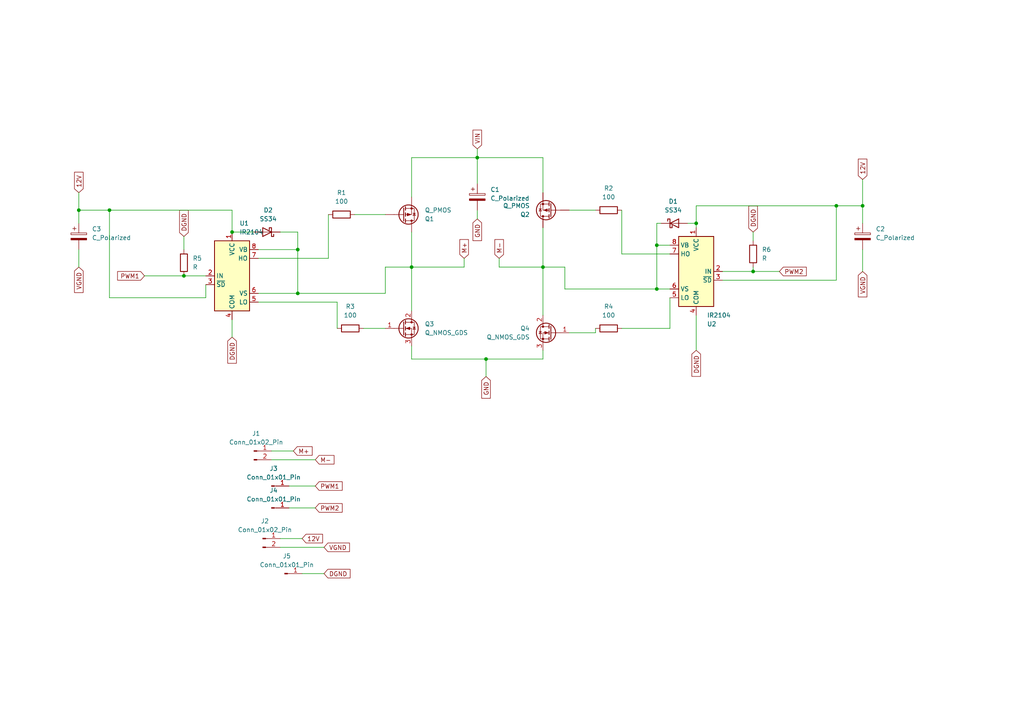
<source format=kicad_sch>
(kicad_sch (version 20250114) (generator "eeschema") (generator_version "9.0")
  (paper "A4")
  (lib_symbols
    (symbol "Connector:Conn_01x01_Pin" (pin_names (offset 1.016) (hide yes))
      (property "Reference" "J" (at 0 2.54 0))
      (property "Value" "Conn_01x01_Pin" (at 0 -2.54 0))
      (symbol "Conn_01x01_Pin_1_1"
        (rectangle (start 0.8636 0.127) (end 0 -0.127) (stroke (width 0.1524)) (fill (type outline)))
        (polyline (pts (xy 1.27 0) (xy 0.8636 0)) (stroke (width 0.1524)))
        (pin passive line (at 5.08 0 180) (length 3.81) (name "Pin_1") (number "1"))
      )
    )
    (symbol "Connector:Conn_01x02_Pin" (pin_names (offset 1.016) (hide yes))
      (property "Reference" "J" (at 0 2.54 0))
      (property "Value" "Conn_01x02_Pin" (at 0 -5.08 0))
      (symbol "Conn_01x02_Pin_1_1"
        (rectangle (start 0.8636 0.127) (end 0 -0.127) (stroke (width 0.1524)) (fill (type outline)))
        (rectangle (start 0.8636 -2.413) (end 0 -2.667) (stroke (width 0.1524)) (fill (type outline)))
        (polyline (pts (xy 1.27 0) (xy 0.8636 0)) (stroke (width 0.1524)))
        (polyline (pts (xy 1.27 -2.54) (xy 0.8636 -2.54)) (stroke (width 0.1524)))
        (pin passive line (at 5.08 0 180) (length 3.81) (name "Pin_1") (number "1"))
        (pin passive line (at 5.08 -2.54 180) (length 3.81) (name "Pin_2") (number "2"))
      )
    )
    (symbol "Device:C_Polarized" (pin_numbers (hide yes)) (pin_names (offset 0.254))
      (property "Reference" "C" (at 0.635 2.54 0))
      (property "Value" "C_Polarized" (at 0.635 -2.54 0))
      (symbol "C_Polarized_0_1"
        (rectangle (start -2.286 0.508) (end 2.286 1.016))
        (polyline (pts (xy -1.778 2.286) (xy -0.762 2.286)))
        (polyline (pts (xy -1.27 2.794) (xy -1.27 1.778)))
        (rectangle (start 2.286 -0.508) (end -2.286 -1.016) (fill (type outline)))
      )
      (symbol "C_Polarized_1_1"
        (pin passive line (at 0 3.81 270) (length 2.794) (name "~") (number "1"))
        (pin passive line (at 0 -3.81 90) (length 2.794) (name "~") (number "2"))
      )
    )
    (symbol "Device:Q_PMOS" (pin_numbers (hide yes)) (pin_names (offset 0) (hide yes))
      (property "Reference" "Q" (at 5.08 1.27 0))
      (property "Value" "Q_PMOS" (at 5.08 -1.27 0))
      (symbol "Q_PMOS_0_1"
        (polyline (pts (xy 0.254 1.905) (xy 0.254 -1.905)) (stroke (width 0.254)))
        (polyline (pts (xy 0.254 0) (xy -2.54 0)))
        (polyline (pts (xy 0.762 2.286) (xy 0.762 1.27)) (stroke (width 0.254)))
        (polyline (pts (xy 0.762 1.778) (xy 3.302 1.778) (xy 3.302 -1.778) (xy 0.762 -1.778)))
        (polyline (pts (xy 0.762 0.508) (xy 0.762 -0.508)) (stroke (width 0.254)))
        (polyline (pts (xy 0.762 -1.27) (xy 0.762 -2.286)) (stroke (width 0.254)))
        (circle (center 1.651 0) (radius 2.794) (stroke (width 0.254)))
        (polyline (pts (xy 2.286 0) (xy 1.27 0.381) (xy 1.27 -0.381) (xy 2.286 0)) (fill (type outline)))
        (polyline (pts (xy 2.54 2.54) (xy 2.54 1.778)))
        (circle (center 2.54 1.778) (radius 0.254) (fill (type outline)))
        (circle (center 2.54 -1.778) (radius 0.254) (fill (type outline)))
        (polyline (pts (xy 2.54 -2.54) (xy 2.54 0) (xy 0.762 0)))
        (polyline (pts (xy 2.921 -0.381) (xy 3.683 -0.381)))
        (polyline (pts (xy 3.302 -0.381) (xy 2.921 0.254) (xy 3.683 0.254) (xy 3.302 -0.381)))
      )
      (symbol "Q_PMOS_1_1"
        (pin input line (at -5.08 0 0) (length 2.54) (name "G") (number "G"))
        (pin passive line (at 2.54 5.08 270) (length 2.54) (name "D") (number "D"))
        (pin passive line (at 2.54 -5.08 90) (length 2.54) (name "S") (number "S"))
      )
    )
    (symbol "Device:R" (pin_numbers (hide yes)) (pin_names (offset 0))
      (property "Reference" "R" (at 2.032 0 90))
      (property "Value" "R" (at 0 0 90))
      (symbol "R_0_1"
        (rectangle (start -1.016 -2.54) (end 1.016 2.54) (stroke (width 0.254)))
      )
      (symbol "R_1_1"
        (pin passive line (at 0 3.81 270) (length 1.27) (name "~") (number "1"))
        (pin passive line (at 0 -3.81 90) (length 1.27) (name "~") (number "2"))
      )
    )
    (symbol "Diode:SS34" (pin_numbers (hide yes)) (pin_names (offset 1.016) (hide yes))
      (property "Reference" "D" (at 0 2.54 0))
      (property "Value" "SS34" (at 0 -2.54 0))
      (symbol "SS34_0_1"
        (polyline (pts (xy -1.905 0.635) (xy -1.905 1.27) (xy -1.27 1.27) (xy -1.27 -1.27) (xy -0.635 -1.27) (xy -0.635 -0.635)) (stroke (width 0.254)))
        (polyline (pts (xy 1.27 1.27) (xy 1.27 -1.27) (xy -1.27 0) (xy 1.27 1.27)) (stroke (width 0.254)))
        (polyline (pts (xy 1.27 0) (xy -1.27 0)))
      )
      (symbol "SS34_1_1"
        (pin passive line (at -3.81 0 0) (length 2.54) (name "K") (number "1"))
        (pin passive line (at 3.81 0 180) (length 2.54) (name "A") (number "2"))
      )
    )
    (symbol "Driver_FET:IR2104"
      (property "Reference" "U" (at 1.27 13.335 0))
      (property "Value" "IR2104" (at 1.27 11.43 0))
      (symbol "IR2104_0_1"
        (rectangle (start -5.08 -10.16) (end 5.08 10.16) (stroke (width 0.254)) (fill (type background)))
      )
      (symbol "IR2104_1_1"
        (pin input line (at -7.62 0 0) (length 2.54) (name "IN") (number "2"))
        (pin input line (at -7.62 -2.54 0) (length 2.54) (name "~{SD}") (number "3"))
        (pin power_in line (at 0 12.7 270) (length 2.54) (name "VCC") (number "1"))
        (pin power_in line (at 0 -12.7 90) (length 2.54) (name "COM") (number "4"))
        (pin passive line (at 7.62 7.62 180) (length 2.54) (name "VB") (number "8"))
        (pin output line (at 7.62 5.08 180) (length 2.54) (name "HO") (number "7"))
        (pin passive line (at 7.62 -5.08 180) (length 2.54) (name "VS") (number "6"))
        (pin output line (at 7.62 -7.62 180) (length 2.54) (name "LO") (number "5"))
      )
    )
    (symbol "Transistor_FET:Q_NMOS_GDS" (pin_names (offset 0) (hide yes))
      (property "Reference" "Q" (at 5.08 1.905 0))
      (property "Value" "Q_NMOS_GDS" (at 5.08 0 0))
      (symbol "Q_NMOS_GDS_0_1"
        (polyline (pts (xy 0.254 1.905) (xy 0.254 -1.905)) (stroke (width 0.254)))
        (polyline (pts (xy 0.254 0) (xy -2.54 0)))
        (polyline (pts (xy 0.762 2.286) (xy 0.762 1.27)) (stroke (width 0.254)))
        (polyline (pts (xy 0.762 0.508) (xy 0.762 -0.508)) (stroke (width 0.254)))
        (polyline (pts (xy 0.762 -1.27) (xy 0.762 -2.286)) (stroke (width 0.254)))
        (polyline (pts (xy 0.762 -1.778) (xy 3.302 -1.778) (xy 3.302 1.778) (xy 0.762 1.778)))
        (polyline (pts (xy 1.016 0) (xy 2.032 0.381) (xy 2.032 -0.381) (xy 1.016 0)) (fill (type outline)))
        (circle (center 1.651 0) (radius 2.794) (stroke (width 0.254)))
        (polyline (pts (xy 2.54 2.54) (xy 2.54 1.778)))
        (circle (center 2.54 1.778) (radius 0.254) (fill (type outline)))
        (circle (center 2.54 -1.778) (radius 0.254) (fill (type outline)))
        (polyline (pts (xy 2.54 -2.54) (xy 2.54 0) (xy 0.762 0)))
        (polyline (pts (xy 2.921 0.381) (xy 3.683 0.381)))
        (polyline (pts (xy 3.302 0.381) (xy 2.921 -0.254) (xy 3.683 -0.254) (xy 3.302 0.381)))
      )
      (symbol "Q_NMOS_GDS_1_1"
        (pin input line (at -5.08 0 0) (length 2.54) (name "G") (number "1"))
        (pin passive line (at 2.54 5.08 270) (length 2.54) (name "D") (number "2"))
        (pin passive line (at 2.54 -5.08 90) (length 2.54) (name "S") (number "3"))
      )
    )
  )
  (junction (at 157.48 77.47))
  (junction (at 119.38 77.47))
  (junction (at 22.86 60.96))
  (junction (at 53.34 80.01))
  (junction (at 250.19 59.69))
  (junction (at 242.57 59.69))
  (junction (at 201.93 64.77))
  (junction (at 86.36 85.09))
  (junction (at 190.5 83.82))
  (junction (at 140.97 104.14))
  (junction (at 138.43 45.72))
  (junction (at 218.44 78.74))
  (junction (at 86.36 72.39))
  (junction (at 67.31 67.31))
  (junction (at 31.75 60.96))
  (junction (at 190.5 71.12))
  (wire (pts (xy 209.55 78.74) (xy 218.44 78.74)))
  (wire (pts (xy 67.31 92.71) (xy 67.31 97.79)))
  (wire (pts (xy 134.62 74.93) (xy 134.62 77.47)))
  (wire (pts (xy 250.19 72.39) (xy 250.19 78.74)))
  (wire (pts (xy 140.97 104.14) (xy 140.97 109.22)))
  (wire (pts (xy 242.57 59.69) (xy 201.93 59.69)))
  (wire (pts (xy 95.25 62.23) (xy 95.25 74.93)))
  (wire (pts (xy 22.86 60.96) (xy 31.75 60.96)))
  (wire (pts (xy 22.86 55.88) (xy 22.86 60.96)))
  (wire (pts (xy 144.78 77.47) (xy 157.48 77.47)))
  (wire (pts (xy 78.74 133.35) (xy 91.44 133.35)))
  (wire (pts (xy 22.86 72.39) (xy 22.86 77.47)))
  (wire (pts (xy 86.36 67.31) (xy 86.36 72.39)))
  (wire (pts (xy 194.31 95.25) (xy 194.31 86.36)))
  (wire (pts (xy 180.34 60.96) (xy 180.34 73.66)))
  (wire (pts (xy 157.48 104.14) (xy 157.48 101.6)))
  (wire (pts (xy 74.93 72.39) (xy 86.36 72.39)))
  (wire (pts (xy 201.93 59.69) (xy 201.93 64.77)))
  (wire (pts (xy 218.44 67.31) (xy 218.44 69.85)))
  (wire (pts (xy 201.93 66.04) (xy 201.93 64.77)))
  (wire (pts (xy 67.31 60.96) (xy 67.31 67.31)))
  (wire (pts (xy 157.48 77.47) (xy 157.48 91.44)))
  (wire (pts (xy 242.57 81.28) (xy 242.57 59.69)))
  (wire (pts (xy 41.91 80.01) (xy 53.34 80.01)))
  (wire (pts (xy 81.28 156.21) (xy 87.63 156.21)))
  (wire (pts (xy 163.83 77.47) (xy 157.48 77.47)))
  (wire (pts (xy 67.31 67.31) (xy 73.66 67.31)))
  (wire (pts (xy 86.36 85.09) (xy 111.76 85.09)))
  (wire (pts (xy 201.93 64.77) (xy 199.39 64.77)))
  (wire (pts (xy 119.38 77.47) (xy 119.38 90.17)))
  (wire (pts (xy 218.44 77.47) (xy 218.44 78.74)))
  (wire (pts (xy 180.34 95.25) (xy 194.31 95.25)))
  (wire (pts (xy 111.76 85.09) (xy 111.76 77.47)))
  (wire (pts (xy 163.83 83.82) (xy 163.83 77.47)))
  (wire (pts (xy 81.28 158.75) (xy 93.98 158.75)))
  (wire (pts (xy 102.87 62.23) (xy 111.76 62.23)))
  (wire (pts (xy 157.48 66.04) (xy 157.48 77.47)))
  (wire (pts (xy 22.86 60.96) (xy 22.86 64.77)))
  (wire (pts (xy 242.57 59.69) (xy 250.19 59.69)))
  (wire (pts (xy 138.43 45.72) (xy 138.43 53.34)))
  (wire (pts (xy 119.38 104.14) (xy 140.97 104.14)))
  (wire (pts (xy 134.62 77.47) (xy 119.38 77.47)))
  (wire (pts (xy 138.43 45.72) (xy 157.48 45.72)))
  (wire (pts (xy 250.19 59.69) (xy 250.19 64.77)))
  (wire (pts (xy 119.38 57.15) (xy 119.38 45.72)))
  (wire (pts (xy 97.79 95.25) (xy 97.79 87.63)))
  (wire (pts (xy 53.34 68.58) (xy 53.34 72.39)))
  (wire (pts (xy 250.19 52.07) (xy 250.19 59.69)))
  (wire (pts (xy 59.69 86.36) (xy 31.75 86.36)))
  (wire (pts (xy 194.31 83.82) (xy 190.5 83.82)))
  (wire (pts (xy 78.74 130.81) (xy 85.09 130.81)))
  (wire (pts (xy 209.55 81.28) (xy 242.57 81.28)))
  (wire (pts (xy 97.79 87.63) (xy 74.93 87.63)))
  (wire (pts (xy 81.28 67.31) (xy 86.36 67.31)))
  (wire (pts (xy 138.43 60.96) (xy 138.43 63.5)))
  (wire (pts (xy 31.75 86.36) (xy 31.75 60.96)))
  (wire (pts (xy 144.78 74.93) (xy 144.78 77.47)))
  (wire (pts (xy 157.48 45.72) (xy 157.48 55.88)))
  (wire (pts (xy 165.1 60.96) (xy 172.72 60.96)))
  (wire (pts (xy 105.41 95.25) (xy 111.76 95.25)))
  (wire (pts (xy 201.93 91.44) (xy 201.93 101.6)))
  (wire (pts (xy 111.76 77.47) (xy 119.38 77.47)))
  (wire (pts (xy 119.38 45.72) (xy 138.43 45.72)))
  (wire (pts (xy 172.72 96.52) (xy 172.72 95.25)))
  (wire (pts (xy 86.36 72.39) (xy 86.36 85.09)))
  (wire (pts (xy 190.5 71.12) (xy 190.5 83.82)))
  (wire (pts (xy 119.38 100.33) (xy 119.38 104.14)))
  (wire (pts (xy 95.25 74.93) (xy 74.93 74.93)))
  (wire (pts (xy 83.82 140.97) (xy 91.44 140.97)))
  (wire (pts (xy 165.1 96.52) (xy 172.72 96.52)))
  (wire (pts (xy 190.5 64.77) (xy 190.5 71.12)))
  (wire (pts (xy 138.43 43.18) (xy 138.43 45.72)))
  (wire (pts (xy 119.38 67.31) (xy 119.38 77.47)))
  (wire (pts (xy 194.31 71.12) (xy 190.5 71.12)))
  (wire (pts (xy 59.69 82.55) (xy 59.69 86.36)))
  (wire (pts (xy 53.34 80.01) (xy 59.69 80.01)))
  (wire (pts (xy 180.34 73.66) (xy 194.31 73.66)))
  (wire (pts (xy 87.63 166.37) (xy 93.98 166.37)))
  (wire (pts (xy 218.44 78.74) (xy 226.06 78.74)))
  (wire (pts (xy 190.5 83.82) (xy 163.83 83.82)))
  (wire (pts (xy 83.82 147.32) (xy 91.44 147.32)))
  (wire (pts (xy 140.97 104.14) (xy 157.48 104.14)))
  (wire (pts (xy 31.75 60.96) (xy 67.31 60.96)))
  (wire (pts (xy 74.93 85.09) (xy 86.36 85.09)))
  (wire (pts (xy 191.77 64.77) (xy 190.5 64.77)))
  (global_label "12V" (shape input) (at 250.19 52.07 90) (property "Intersheetrefs" "${INTERSHEET_REFS}" (effects (hide yes))))
  (global_label "PWM1" (shape input) (at 41.91 80.01 180) (property "Intersheetrefs" "${INTERSHEET_REFS}" (effects (hide yes))))
  (global_label "VIN" (shape input) (at 138.43 43.18 90) (property "Intersheetrefs" "${INTERSHEET_REFS}" (effects (hide yes))))
  (global_label "DGND" (shape input) (at 93.98 166.37 0) (property "Intersheetrefs" "${INTERSHEET_REFS}" (effects (hide yes))))
  (global_label "DGND" (shape input) (at 53.34 68.58 90) (property "Intersheetrefs" "${INTERSHEET_REFS}" (effects (hide yes))))
  (global_label "DGND" (shape input) (at 218.44 67.31 90) (property "Intersheetrefs" "${INTERSHEET_REFS}" (effects (hide yes))))
  (global_label "M+" (shape input) (at 85.09 130.81 0) (property "Intersheetrefs" "${INTERSHEET_REFS}" (effects (hide yes))))
  (global_label "GND" (shape input) (at 138.43 63.5 270) (property "Intersheetrefs" "${INTERSHEET_REFS}" (effects (hide yes))))
  (global_label "VGND" (shape input) (at 93.98 158.75 0) (property "Intersheetrefs" "${INTERSHEET_REFS}" (effects (hide yes))))
  (global_label "DGND" (shape input) (at 201.93 101.6 270) (property "Intersheetrefs" "${INTERSHEET_REFS}" (effects (hide yes))))
  (global_label "M-" (shape input) (at 91.44 133.35 0) (property "Intersheetrefs" "${INTERSHEET_REFS}" (effects (hide yes))))
  (global_label "PWM1" (shape input) (at 91.44 140.97 0) (property "Intersheetrefs" "${INTERSHEET_REFS}" (effects (hide yes))))
  (global_label "12V" (shape input) (at 87.63 156.21 0) (property "Intersheetrefs" "${INTERSHEET_REFS}" (effects (hide yes))))
  (global_label "M-" (shape input) (at 144.78 74.93 90) (property "Intersheetrefs" "${INTERSHEET_REFS}" (effects (hide yes))))
  (global_label "DGND" (shape input) (at 67.31 97.79 270) (property "Intersheetrefs" "${INTERSHEET_REFS}" (effects (hide yes))))
  (global_label "VGND" (shape input) (at 250.19 78.74 270) (property "Intersheetrefs" "${INTERSHEET_REFS}" (effects (hide yes))))
  (global_label "PWM2" (shape input) (at 226.06 78.74 0) (property "Intersheetrefs" "${INTERSHEET_REFS}" (effects (hide yes))))
  (global_label "12V" (shape input) (at 22.86 55.88 90) (property "Intersheetrefs" "${INTERSHEET_REFS}" (effects (hide yes))))
  (global_label "PWM2" (shape input) (at 91.44 147.32 0) (property "Intersheetrefs" "${INTERSHEET_REFS}" (effects (hide yes))))
  (global_label "M+" (shape input) (at 134.62 74.93 90) (property "Intersheetrefs" "${INTERSHEET_REFS}" (effects (hide yes))))
  (global_label "GND" (shape input) (at 140.97 109.22 270) (property "Intersheetrefs" "${INTERSHEET_REFS}" (effects (hide yes))))
  (global_label "VGND" (shape input) (at 22.86 77.47 270) (property "Intersheetrefs" "${INTERSHEET_REFS}" (effects (hide yes))))
  (symbol (lib_id "Connector:Conn_01x02_Pin") (at 73.66 130.81 0) (unit 1)
    (property "Reference" "J1" (at 74.295 125.73 0))
    (property "Value" "Conn_01x02_Pin" (at 74.295 128.27 0))
    (property "Description" "Generic connector, single row, 01x02, script generated" (effects (hide yes)))
  )
  (symbol (lib_id "Device:C_Polarized") (at 250.19 68.58 0) (unit 1)
    (property "Reference" "C2" (at 254 66.4209 0) (effects (justify left)))
    (property "Value" "C_Polarized" (at 254 68.9609 0) (effects (justify left)))
    (property "Description" "Polarized capacitor" (effects (hide yes)))
  )
  (symbol (lib_id "Device:R") (at 176.53 95.25 90) (unit 1)
    (property "Reference" "R4" (at 176.53 88.9 90))
    (property "Value" "100" (at 176.53 91.44 90))
    (property "Description" "Resistor" (effects (hide yes)))
  )
  (symbol (lib_id "Device:R") (at 99.06 62.23 90) (unit 1)
    (property "Reference" "R1" (at 99.06 55.88 90))
    (property "Value" "100" (at 99.06 58.42 90))
    (property "Description" "Resistor" (effects (hide yes)))
  )
  (symbol (lib_id "Connector:Conn_01x01_Pin") (at 78.74 147.32 0) (unit 1)
    (property "Reference" "J4" (at 79.375 142.24 0))
    (property "Value" "Conn_01x01_Pin" (at 79.375 144.78 0))
    (property "Description" "Generic connector, single row, 01x01, script generated" (effects (hide yes)))
  )
  (symbol (lib_id "Diode:SS34") (at 195.58 64.77 0) (unit 1)
    (property "Reference" "D1" (at 195.2625 58.42 0))
    (property "Value" "SS34" (at 195.2625 60.96 0))
    (property "Footprint" "Diode_SMD:D_SMA" (effects (hide yes)))
    (property "Datasheet" "https://www.vishay.com/docs/88751/ss32.pdf" (effects (hide yes)))
    (property "Description" "40V 3A Schottky Diode, SMA" (effects (hide yes)))
  )
  (symbol (lib_id "Device:R") (at 53.34 76.2 0) (unit 1)
    (property "Reference" "R5" (at 55.88 74.9299 0) (effects (justify left)))
    (property "Value" "R" (at 55.88 77.4699 0) (effects (justify left)))
    (property "Description" "Resistor" (effects (hide yes)))
  )
  (symbol (lib_id "Device:R") (at 176.53 60.96 90) (unit 1)
    (property "Reference" "R2" (at 176.53 54.61 90))
    (property "Value" "100" (at 176.53 57.15 90))
    (property "Description" "Resistor" (effects (hide yes)))
  )
  (symbol (lib_id "Device:R") (at 101.6 95.25 90) (unit 1)
    (property "Reference" "R3" (at 101.6 88.9 90))
    (property "Value" "100" (at 101.6 91.44 90))
    (property "Description" "Resistor" (effects (hide yes)))
  )
  (symbol (lib_id "Transistor_FET:Q_NMOS_GDS") (at 116.84 95.25 0) (unit 1)
    (property "Reference" "Q3" (at 123.19 93.9799 0) (effects (justify left)))
    (property "Value" "Q_NMOS_GDS" (at 123.19 96.5199 0) (effects (justify left)))
    (property "Description" "N-MOSFET transistor, gate/drain/source" (effects (hide yes)))
  )
  (symbol (lib_id "Connector:Conn_01x02_Pin") (at 76.2 156.21 0) (unit 1)
    (property "Reference" "J2" (at 76.835 151.13 0))
    (property "Value" "Conn_01x02_Pin" (at 76.835 153.67 0))
    (property "Description" "Generic connector, single row, 01x02, script generated" (effects (hide yes)))
  )
  (symbol (lib_id "Device:Q_PMOS") (at 116.84 62.23 0) (mirror x) (unit 1)
    (property "Reference" "Q1" (at 123.19 63.5001 0) (effects (justify left)))
    (property "Value" "Q_PMOS" (at 123.19 60.9601 0) (effects (justify left)))
    (property "Description" "P-MOSFET transistor" (effects (hide yes)))
  )
  (symbol (lib_id "Transistor_FET:Q_NMOS_GDS") (at 160.02 96.52 0) (mirror y) (unit 1)
    (property "Reference" "Q4" (at 153.67 95.2499 0) (effects (justify left)))
    (property "Value" "Q_NMOS_GDS" (at 153.67 97.7899 0) (effects (justify left)))
    (property "Description" "N-MOSFET transistor, gate/drain/source" (effects (hide yes)))
  )
  (symbol (lib_id "Device:Q_PMOS") (at 160.02 60.96 180) (unit 1)
    (property "Reference" "Q2" (at 153.67 62.2301 0) (effects (justify left)))
    (property "Value" "Q_PMOS" (at 153.67 59.6901 0) (effects (justify left)))
    (property "Description" "P-MOSFET transistor" (effects (hide yes)))
  )
  (symbol (lib_id "Device:C_Polarized") (at 22.86 68.58 0) (unit 1)
    (property "Reference" "C3" (at 26.67 66.4209 0) (effects (justify left)))
    (property "Value" "C_Polarized" (at 26.67 68.9609 0) (effects (justify left)))
    (property "Description" "Polarized capacitor" (effects (hide yes)))
  )
  (symbol (lib_id "Connector:Conn_01x01_Pin") (at 82.55 166.37 0) (unit 1)
    (property "Reference" "J5" (at 83.185 161.29 0))
    (property "Value" "Conn_01x01_Pin" (at 83.185 163.83 0))
    (property "Description" "Generic connector, single row, 01x01, script generated" (effects (hide yes)))
  )
  (symbol (lib_id "Diode:SS34") (at 77.47 67.31 180) (unit 1)
    (property "Reference" "D2" (at 77.7875 60.96 0))
    (property "Value" "SS34" (at 77.7875 63.5 0))
    (property "Footprint" "Diode_SMD:D_SMA" (effects (hide yes)))
    (property "Datasheet" "https://www.vishay.com/docs/88751/ss32.pdf" (effects (hide yes)))
    (property "Description" "40V 3A Schottky Diode, SMA" (effects (hide yes)))
  )
  (symbol (lib_id "Device:R") (at 218.44 73.66 0) (unit 1)
    (property "Reference" "R6" (at 220.98 72.3899 0) (effects (justify left)))
    (property "Value" "R" (at 220.98 74.9299 0) (effects (justify left)))
    (property "Description" "Resistor" (effects (hide yes)))
  )
  (symbol (lib_id "Connector:Conn_01x01_Pin") (at 78.74 140.97 0) (unit 1)
    (property "Reference" "J3" (at 79.375 135.89 0))
    (property "Value" "Conn_01x01_Pin" (at 79.375 138.43 0))
    (property "Description" "Generic connector, single row, 01x01, script generated" (effects (hide yes)))
  )
  (symbol (lib_id "Driver_FET:IR2104") (at 67.31 80.01 0) (unit 1)
    (property "Reference" "U1" (at 69.4533 64.77 0) (effects (justify left)))
    (property "Value" "IR2104" (at 69.4533 67.31 0) (effects (justify left)))
    (property "Datasheet" "https://www.infineon.com/dgdl/ir2104.pdf?fileId=5546d462533600a4015355c7c1c31671" (effects (hide yes)))
    (property "Description" "Half-Bridge Driver, 600V, 210/360mA, PDIP-8/SOIC-8" (effects (hide yes)))
  )
  (symbol (lib_id "Device:C_Polarized") (at 138.43 57.15 0) (unit 1)
    (property "Reference" "C1" (at 142.24 54.9909 0) (effects (justify left)))
    (property "Value" "C_Polarized" (at 142.24 57.5309 0) (effects (justify left)))
    (property "Description" "Polarized capacitor" (effects (hide yes)))
  )
  (symbol (lib_id "Driver_FET:IR2104") (at 201.93 78.74 0) (mirror y) (unit 1)
    (property "Reference" "U2" (at 205.0481 93.98 0) (effects (justify right)))
    (property "Value" "IR2104" (at 205.0481 91.44 0) (effects (justify right)))
    (property "Datasheet" "https://www.infineon.com/dgdl/ir2104.pdf?fileId=5546d462533600a4015355c7c1c31671" (effects (hide yes)))
    (property "Description" "Half-Bridge Driver, 600V, 210/360mA, PDIP-8/SOIC-8" (effects (hide yes)))
  )
)
</source>
